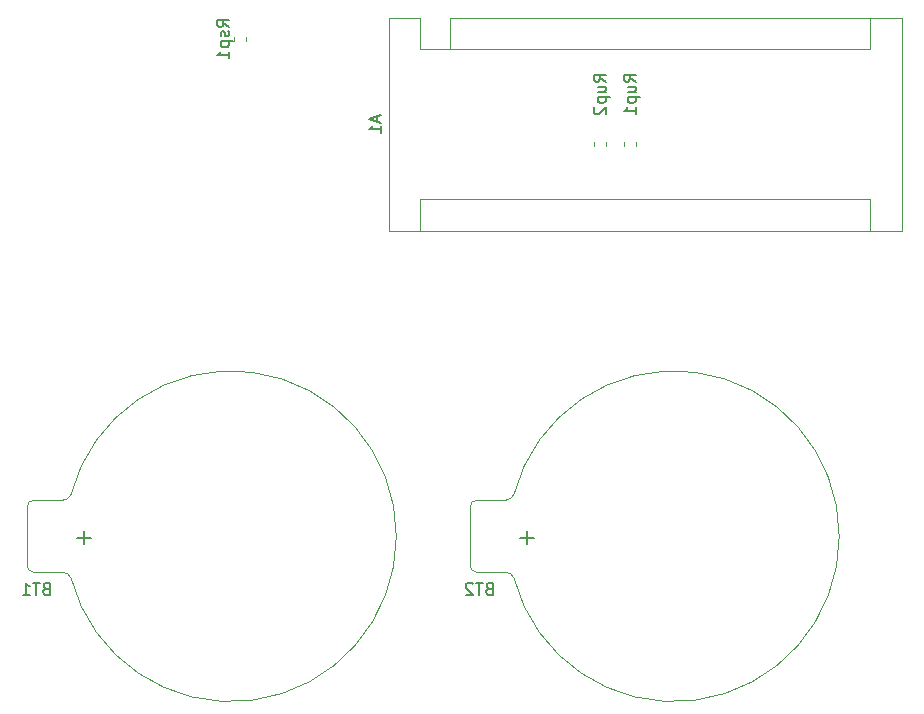
<source format=gbo>
G04 #@! TF.GenerationSoftware,KiCad,Pcbnew,(5.1.4-0)*
G04 #@! TF.CreationDate,2020-07-05T15:44:46+08:00*
G04 #@! TF.ProjectId,pocketSynth,706f636b-6574-4537-996e-74682e6b6963,rev?*
G04 #@! TF.SameCoordinates,PX510ff40PY9896800*
G04 #@! TF.FileFunction,Legend,Bot*
G04 #@! TF.FilePolarity,Positive*
%FSLAX46Y46*%
G04 Gerber Fmt 4.6, Leading zero omitted, Abs format (unit mm)*
G04 Created by KiCad (PCBNEW (5.1.4-0)) date 2020-07-05 15:44:46*
%MOMM*%
%LPD*%
G04 APERTURE LIST*
%ADD10C,0.120000*%
%ADD11C,0.150000*%
G04 APERTURE END LIST*
D10*
X56270000Y61230000D02*
X53730000Y61230000D01*
X53730000Y61230000D02*
X53730000Y63900000D01*
X56270000Y63900000D02*
X94500000Y63900000D01*
X51060000Y63900000D02*
X53730000Y63900000D01*
X53730000Y48530000D02*
X53730000Y45860000D01*
X53730000Y48530000D02*
X91830000Y48530000D01*
X91830000Y48530000D02*
X91830000Y45860000D01*
X56270000Y61230000D02*
X56270000Y63900000D01*
X56270000Y61230000D02*
X91830000Y61230000D01*
X91830000Y61230000D02*
X91830000Y63900000D01*
X94500000Y63900000D02*
X94500000Y45860000D01*
X94500000Y45860000D02*
X51060000Y45860000D01*
X51060000Y45860000D02*
X51060000Y63900000D01*
X51699738Y19984769D02*
G75*
G03X24150000Y23520000I-13999738J15231D01*
G01*
X51699738Y20015231D02*
G75*
G02X24150000Y16480000I-13999738J-15231D01*
G01*
X24154769Y23543485D02*
G75*
G02X23450000Y23050000I-704769J256515D01*
G01*
X24154769Y16456515D02*
G75*
G03X23450000Y16950000I-704769J-256515D01*
G01*
X23450000Y16950000D02*
X21000000Y16950000D01*
X21000000Y23050000D02*
X23450000Y23050000D01*
X21000000Y16950000D02*
G75*
G02X20450000Y17500000I0J550000D01*
G01*
X21000000Y23050000D02*
G75*
G03X20450000Y22500000I0J-550000D01*
G01*
X20450000Y17500000D02*
X20450000Y22500000D01*
X57950000Y17500000D02*
X57950000Y22500000D01*
X58500000Y23050000D02*
G75*
G03X57950000Y22500000I0J-550000D01*
G01*
X58500000Y16950000D02*
G75*
G02X57950000Y17500000I0J550000D01*
G01*
X58500000Y23050000D02*
X60950000Y23050000D01*
X60950000Y16950000D02*
X58500000Y16950000D01*
X61654769Y16456515D02*
G75*
G03X60950000Y16950000I-704769J-256515D01*
G01*
X61654769Y23543485D02*
G75*
G02X60950000Y23050000I-704769J256515D01*
G01*
X89199738Y20015231D02*
G75*
G02X61650000Y16480000I-13999738J-15231D01*
G01*
X89199738Y19984769D02*
G75*
G03X61650000Y23520000I-13999738J15231D01*
G01*
X37980000Y62276267D02*
X37980000Y61933733D01*
X39000000Y62276267D02*
X39000000Y61933733D01*
X72020000Y53043733D02*
X72020000Y53386267D01*
X71000000Y53043733D02*
X71000000Y53386267D01*
X68460000Y53043733D02*
X68460000Y53386267D01*
X69480000Y53043733D02*
X69480000Y53386267D01*
D11*
X50086666Y55594286D02*
X50086666Y55118096D01*
X50372380Y55689524D02*
X49372380Y55356191D01*
X50372380Y55022858D01*
X50372380Y54165715D02*
X50372380Y54737143D01*
X50372380Y54451429D02*
X49372380Y54451429D01*
X49515238Y54546667D01*
X49610476Y54641905D01*
X49658095Y54737143D01*
X22035714Y15571429D02*
X21892857Y15523810D01*
X21845238Y15476191D01*
X21797619Y15380953D01*
X21797619Y15238096D01*
X21845238Y15142858D01*
X21892857Y15095239D01*
X21988095Y15047620D01*
X22369047Y15047620D01*
X22369047Y16047620D01*
X22035714Y16047620D01*
X21940476Y16000000D01*
X21892857Y15952381D01*
X21845238Y15857143D01*
X21845238Y15761905D01*
X21892857Y15666667D01*
X21940476Y15619048D01*
X22035714Y15571429D01*
X22369047Y15571429D01*
X21511904Y16047620D02*
X20940476Y16047620D01*
X21226190Y15047620D02*
X21226190Y16047620D01*
X20083333Y15047620D02*
X20654761Y15047620D01*
X20369047Y15047620D02*
X20369047Y16047620D01*
X20464285Y15904762D01*
X20559523Y15809524D01*
X20654761Y15761905D01*
X25821428Y19892858D02*
X24678571Y19892858D01*
X25250000Y19321429D02*
X25250000Y20464286D01*
X59535714Y15571429D02*
X59392857Y15523810D01*
X59345238Y15476191D01*
X59297619Y15380953D01*
X59297619Y15238096D01*
X59345238Y15142858D01*
X59392857Y15095239D01*
X59488095Y15047620D01*
X59869047Y15047620D01*
X59869047Y16047620D01*
X59535714Y16047620D01*
X59440476Y16000000D01*
X59392857Y15952381D01*
X59345238Y15857143D01*
X59345238Y15761905D01*
X59392857Y15666667D01*
X59440476Y15619048D01*
X59535714Y15571429D01*
X59869047Y15571429D01*
X59011904Y16047620D02*
X58440476Y16047620D01*
X58726190Y15047620D02*
X58726190Y16047620D01*
X58154761Y15952381D02*
X58107142Y16000000D01*
X58011904Y16047620D01*
X57773809Y16047620D01*
X57678571Y16000000D01*
X57630952Y15952381D01*
X57583333Y15857143D01*
X57583333Y15761905D01*
X57630952Y15619048D01*
X58202380Y15047620D01*
X57583333Y15047620D01*
X63321428Y19892858D02*
X62178571Y19892858D01*
X62750000Y19321429D02*
X62750000Y20464286D01*
X37512380Y63128810D02*
X37036190Y63462143D01*
X37512380Y63700239D02*
X36512380Y63700239D01*
X36512380Y63319286D01*
X36560000Y63224048D01*
X36607619Y63176429D01*
X36702857Y63128810D01*
X36845714Y63128810D01*
X36940952Y63176429D01*
X36988571Y63224048D01*
X37036190Y63319286D01*
X37036190Y63700239D01*
X37464761Y62747858D02*
X37512380Y62652620D01*
X37512380Y62462143D01*
X37464761Y62366905D01*
X37369523Y62319286D01*
X37321904Y62319286D01*
X37226666Y62366905D01*
X37179047Y62462143D01*
X37179047Y62605000D01*
X37131428Y62700239D01*
X37036190Y62747858D01*
X36988571Y62747858D01*
X36893333Y62700239D01*
X36845714Y62605000D01*
X36845714Y62462143D01*
X36893333Y62366905D01*
X36845714Y61890715D02*
X37845714Y61890715D01*
X36893333Y61890715D02*
X36845714Y61795477D01*
X36845714Y61605000D01*
X36893333Y61509762D01*
X36940952Y61462143D01*
X37036190Y61414524D01*
X37321904Y61414524D01*
X37417142Y61462143D01*
X37464761Y61509762D01*
X37512380Y61605000D01*
X37512380Y61795477D01*
X37464761Y61890715D01*
X37512380Y60462143D02*
X37512380Y61033572D01*
X37512380Y60747858D02*
X36512380Y60747858D01*
X36655238Y60843096D01*
X36750476Y60938334D01*
X36798095Y61033572D01*
X71962380Y58491429D02*
X71486190Y58824762D01*
X71962380Y59062858D02*
X70962380Y59062858D01*
X70962380Y58681905D01*
X71010000Y58586667D01*
X71057619Y58539048D01*
X71152857Y58491429D01*
X71295714Y58491429D01*
X71390952Y58539048D01*
X71438571Y58586667D01*
X71486190Y58681905D01*
X71486190Y59062858D01*
X71295714Y57634286D02*
X71962380Y57634286D01*
X71295714Y58062858D02*
X71819523Y58062858D01*
X71914761Y58015239D01*
X71962380Y57920000D01*
X71962380Y57777143D01*
X71914761Y57681905D01*
X71867142Y57634286D01*
X71295714Y57158096D02*
X72295714Y57158096D01*
X71343333Y57158096D02*
X71295714Y57062858D01*
X71295714Y56872381D01*
X71343333Y56777143D01*
X71390952Y56729524D01*
X71486190Y56681905D01*
X71771904Y56681905D01*
X71867142Y56729524D01*
X71914761Y56777143D01*
X71962380Y56872381D01*
X71962380Y57062858D01*
X71914761Y57158096D01*
X71962380Y55729524D02*
X71962380Y56300953D01*
X71962380Y56015239D02*
X70962380Y56015239D01*
X71105238Y56110477D01*
X71200476Y56205715D01*
X71248095Y56300953D01*
X69422380Y58491429D02*
X68946190Y58824762D01*
X69422380Y59062858D02*
X68422380Y59062858D01*
X68422380Y58681905D01*
X68470000Y58586667D01*
X68517619Y58539048D01*
X68612857Y58491429D01*
X68755714Y58491429D01*
X68850952Y58539048D01*
X68898571Y58586667D01*
X68946190Y58681905D01*
X68946190Y59062858D01*
X68755714Y57634286D02*
X69422380Y57634286D01*
X68755714Y58062858D02*
X69279523Y58062858D01*
X69374761Y58015239D01*
X69422380Y57920000D01*
X69422380Y57777143D01*
X69374761Y57681905D01*
X69327142Y57634286D01*
X68755714Y57158096D02*
X69755714Y57158096D01*
X68803333Y57158096D02*
X68755714Y57062858D01*
X68755714Y56872381D01*
X68803333Y56777143D01*
X68850952Y56729524D01*
X68946190Y56681905D01*
X69231904Y56681905D01*
X69327142Y56729524D01*
X69374761Y56777143D01*
X69422380Y56872381D01*
X69422380Y57062858D01*
X69374761Y57158096D01*
X68517619Y56300953D02*
X68470000Y56253334D01*
X68422380Y56158096D01*
X68422380Y55920000D01*
X68470000Y55824762D01*
X68517619Y55777143D01*
X68612857Y55729524D01*
X68708095Y55729524D01*
X68850952Y55777143D01*
X69422380Y56348572D01*
X69422380Y55729524D01*
M02*

</source>
